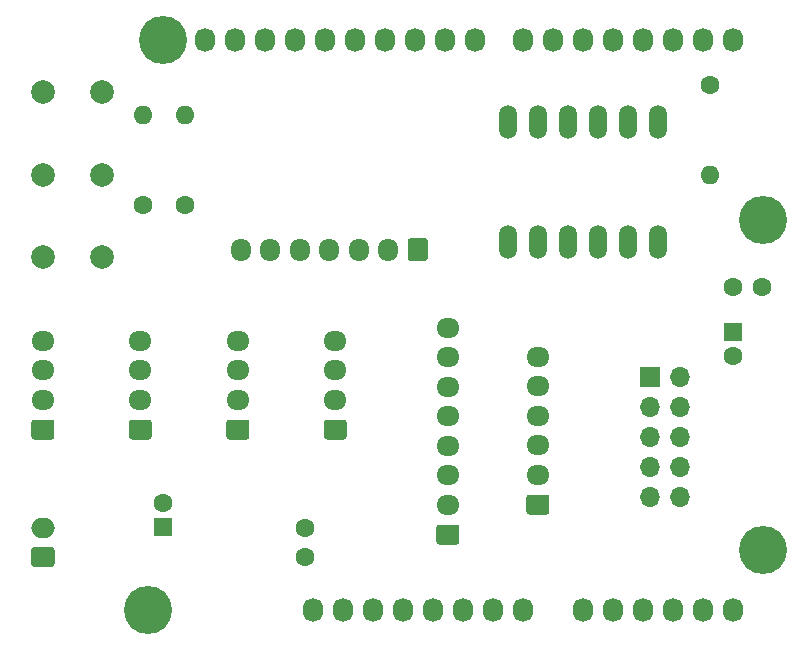
<source format=gbr>
%TF.GenerationSoftware,KiCad,Pcbnew,5.1.6-c6e7f7d~87~ubuntu18.04.1*%
%TF.CreationDate,2021-02-25T00:55:28+09:00*%
%TF.ProjectId,M302,4d333032-2e6b-4696-9361-645f70636258,rev?*%
%TF.SameCoordinates,Original*%
%TF.FileFunction,Soldermask,Top*%
%TF.FilePolarity,Negative*%
%FSLAX46Y46*%
G04 Gerber Fmt 4.6, Leading zero omitted, Abs format (unit mm)*
G04 Created by KiCad (PCBNEW 5.1.6-c6e7f7d~87~ubuntu18.04.1) date 2021-02-25 00:55:28*
%MOMM*%
%LPD*%
G01*
G04 APERTURE LIST*
%ADD10C,1.600000*%
%ADD11R,1.600000X1.600000*%
%ADD12O,1.950000X1.700000*%
%ADD13O,1.600000X1.600000*%
%ADD14O,1.700000X1.950000*%
%ADD15C,2.000000*%
%ADD16O,1.524000X2.844800*%
%ADD17O,2.000000X1.700000*%
%ADD18O,1.700000X1.700000*%
%ADD19R,1.700000X1.700000*%
%ADD20O,1.727200X2.032000*%
%ADD21C,4.064000*%
G04 APERTURE END LIST*
D10*
%TO.C,C4*%
X176998000Y-96520000D03*
X174498000Y-96520000D03*
%TD*%
%TO.C,C3*%
X174498000Y-102330000D03*
D11*
X174498000Y-100330000D03*
%TD*%
D10*
%TO.C,C2*%
X138303000Y-116880000D03*
X138303000Y-119380000D03*
%TD*%
D12*
%TO.C,J9*%
X150368000Y-99975000D03*
X150368000Y-102475000D03*
X150368000Y-104975000D03*
X150368000Y-107475000D03*
X150368000Y-109975000D03*
X150368000Y-112475000D03*
X150368000Y-114975000D03*
G36*
G01*
X151093000Y-118325000D02*
X149643000Y-118325000D01*
G75*
G02*
X149393000Y-118075000I0J250000D01*
G01*
X149393000Y-116875000D01*
G75*
G02*
X149643000Y-116625000I250000J0D01*
G01*
X151093000Y-116625000D01*
G75*
G02*
X151343000Y-116875000I0J-250000D01*
G01*
X151343000Y-118075000D01*
G75*
G02*
X151093000Y-118325000I-250000J0D01*
G01*
G37*
%TD*%
D13*
%TO.C,R3*%
X172593000Y-86995000D03*
D10*
X172593000Y-79375000D03*
%TD*%
D13*
%TO.C,R2*%
X128143000Y-81915000D03*
D10*
X128143000Y-89535000D03*
%TD*%
D13*
%TO.C,R1*%
X124571835Y-81915000D03*
D10*
X124571835Y-89535000D03*
%TD*%
D14*
%TO.C,J5*%
X132828000Y-93345000D03*
X135328000Y-93345000D03*
X137828000Y-93345000D03*
X140328000Y-93345000D03*
X142828000Y-93345000D03*
X145328000Y-93345000D03*
G36*
G01*
X148678000Y-92620000D02*
X148678000Y-94070000D01*
G75*
G02*
X148428000Y-94320000I-250000J0D01*
G01*
X147228000Y-94320000D01*
G75*
G02*
X146978000Y-94070000I0J250000D01*
G01*
X146978000Y-92620000D01*
G75*
G02*
X147228000Y-92370000I250000J0D01*
G01*
X148428000Y-92370000D01*
G75*
G02*
X148678000Y-92620000I0J-250000D01*
G01*
G37*
%TD*%
D15*
%TO.C,SW3*%
X116118000Y-93980000D03*
X121118000Y-93980000D03*
%TD*%
D16*
%TO.C,U1*%
X155448000Y-82550000D03*
X157988000Y-82550000D03*
X160528000Y-82550000D03*
X163068000Y-82550000D03*
X165608000Y-82550000D03*
X163068000Y-92710000D03*
X165608000Y-92710000D03*
X160528000Y-92710000D03*
X157988000Y-92710000D03*
X168148000Y-82550000D03*
X168148000Y-92710000D03*
X155448000Y-92710000D03*
%TD*%
D17*
%TO.C,J8*%
X116078000Y-116880000D03*
G36*
G01*
X116828000Y-120230000D02*
X115328000Y-120230000D01*
G75*
G02*
X115078000Y-119980000I0J250000D01*
G01*
X115078000Y-118780000D01*
G75*
G02*
X115328000Y-118530000I250000J0D01*
G01*
X116828000Y-118530000D01*
G75*
G02*
X117078000Y-118780000I0J-250000D01*
G01*
X117078000Y-119980000D01*
G75*
G02*
X116828000Y-120230000I-250000J0D01*
G01*
G37*
%TD*%
D10*
%TO.C,C1*%
X126238000Y-114840000D03*
D11*
X126238000Y-116840000D03*
%TD*%
D12*
%TO.C,J7*%
X157988000Y-102435000D03*
X157988000Y-104935000D03*
X157988000Y-107435000D03*
X157988000Y-109935000D03*
X157988000Y-112435000D03*
G36*
G01*
X158713000Y-115785000D02*
X157263000Y-115785000D01*
G75*
G02*
X157013000Y-115535000I0J250000D01*
G01*
X157013000Y-114335000D01*
G75*
G02*
X157263000Y-114085000I250000J0D01*
G01*
X158713000Y-114085000D01*
G75*
G02*
X158963000Y-114335000I0J-250000D01*
G01*
X158963000Y-115535000D01*
G75*
G02*
X158713000Y-115785000I-250000J0D01*
G01*
G37*
%TD*%
D18*
%TO.C,J6*%
X170053000Y-114300000D03*
X167513000Y-114300000D03*
X170053000Y-111760000D03*
X167513000Y-111760000D03*
X170053000Y-109220000D03*
X167513000Y-109220000D03*
X170053000Y-106680000D03*
X167513000Y-106680000D03*
X170053000Y-104140000D03*
D19*
X167513000Y-104140000D03*
%TD*%
D15*
%TO.C,SW1*%
X121118000Y-80010000D03*
X116118000Y-80010000D03*
%TD*%
%TO.C,SW2*%
X121118000Y-86995000D03*
X116118000Y-86995000D03*
%TD*%
D20*
%TO.C,P1*%
X138938000Y-123825000D03*
X141478000Y-123825000D03*
X144018000Y-123825000D03*
X146558000Y-123825000D03*
X149098000Y-123825000D03*
X151638000Y-123825000D03*
X154178000Y-123825000D03*
X156718000Y-123825000D03*
%TD*%
%TO.C,P2*%
X161798000Y-123825000D03*
X164338000Y-123825000D03*
X166878000Y-123825000D03*
X169418000Y-123825000D03*
X171958000Y-123825000D03*
X174498000Y-123825000D03*
%TD*%
%TO.C,P3*%
X129794000Y-75565000D03*
X132334000Y-75565000D03*
X134874000Y-75565000D03*
X137414000Y-75565000D03*
X139954000Y-75565000D03*
X142494000Y-75565000D03*
X145034000Y-75565000D03*
X147574000Y-75565000D03*
X150114000Y-75565000D03*
X152654000Y-75565000D03*
%TD*%
%TO.C,P4*%
X156718000Y-75565000D03*
X159258000Y-75565000D03*
X161798000Y-75565000D03*
X164338000Y-75565000D03*
X166878000Y-75565000D03*
X169418000Y-75565000D03*
X171958000Y-75565000D03*
X174498000Y-75565000D03*
%TD*%
D21*
%TO.C,P5*%
X124968000Y-123825000D03*
%TD*%
%TO.C,P6*%
X177038000Y-118745000D03*
%TD*%
%TO.C,P7*%
X126238000Y-75565000D03*
%TD*%
%TO.C,P8*%
X177038000Y-90805000D03*
%TD*%
D12*
%TO.C,J1*%
X116078000Y-101085000D03*
X116078000Y-103585000D03*
X116078000Y-106085000D03*
G36*
G01*
X116803000Y-109435000D02*
X115353000Y-109435000D01*
G75*
G02*
X115103000Y-109185000I0J250000D01*
G01*
X115103000Y-107985000D01*
G75*
G02*
X115353000Y-107735000I250000J0D01*
G01*
X116803000Y-107735000D01*
G75*
G02*
X117053000Y-107985000I0J-250000D01*
G01*
X117053000Y-109185000D01*
G75*
G02*
X116803000Y-109435000I-250000J0D01*
G01*
G37*
%TD*%
%TO.C,J2*%
G36*
G01*
X125058000Y-109435000D02*
X123608000Y-109435000D01*
G75*
G02*
X123358000Y-109185000I0J250000D01*
G01*
X123358000Y-107985000D01*
G75*
G02*
X123608000Y-107735000I250000J0D01*
G01*
X125058000Y-107735000D01*
G75*
G02*
X125308000Y-107985000I0J-250000D01*
G01*
X125308000Y-109185000D01*
G75*
G02*
X125058000Y-109435000I-250000J0D01*
G01*
G37*
X124333000Y-106085000D03*
X124333000Y-103585000D03*
X124333000Y-101085000D03*
%TD*%
%TO.C,J3*%
X132588000Y-101085000D03*
X132588000Y-103585000D03*
X132588000Y-106085000D03*
G36*
G01*
X133313000Y-109435000D02*
X131863000Y-109435000D01*
G75*
G02*
X131613000Y-109185000I0J250000D01*
G01*
X131613000Y-107985000D01*
G75*
G02*
X131863000Y-107735000I250000J0D01*
G01*
X133313000Y-107735000D01*
G75*
G02*
X133563000Y-107985000I0J-250000D01*
G01*
X133563000Y-109185000D01*
G75*
G02*
X133313000Y-109435000I-250000J0D01*
G01*
G37*
%TD*%
%TO.C,J4*%
G36*
G01*
X141568000Y-109435000D02*
X140118000Y-109435000D01*
G75*
G02*
X139868000Y-109185000I0J250000D01*
G01*
X139868000Y-107985000D01*
G75*
G02*
X140118000Y-107735000I250000J0D01*
G01*
X141568000Y-107735000D01*
G75*
G02*
X141818000Y-107985000I0J-250000D01*
G01*
X141818000Y-109185000D01*
G75*
G02*
X141568000Y-109435000I-250000J0D01*
G01*
G37*
X140843000Y-106085000D03*
X140843000Y-103585000D03*
X140843000Y-101085000D03*
%TD*%
M02*

</source>
